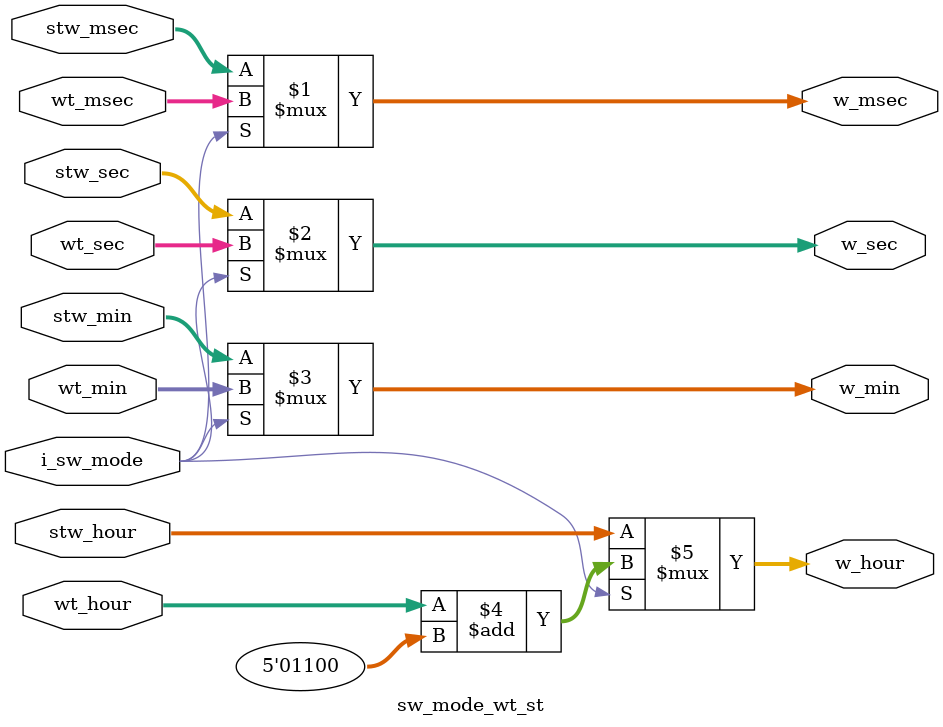
<source format=v>
module sw_mode_wt_st (
    input i_sw_mode,
    input [6:0] stw_msec,
    input [5:0] stw_sec, 
    input [5:0] stw_min,
    input [4:0] stw_hour,
    input [6:0] wt_msec,
    input [5:0] wt_sec, 
    input [5:0] wt_min,
    input [4:0] wt_hour,
    output [6:0] w_msec,
    output [5:0] w_sec, 
    output [5:0] w_min,
    output [4:0] w_hour
);

    assign w_msec = i_sw_mode ? wt_msec : stw_msec;
    assign w_sec = i_sw_mode ? wt_sec : stw_sec;
    assign w_min = i_sw_mode ? wt_min : stw_min;
    assign w_hour = i_sw_mode ? wt_hour + 5'd12 : stw_hour;

endmodule

</source>
